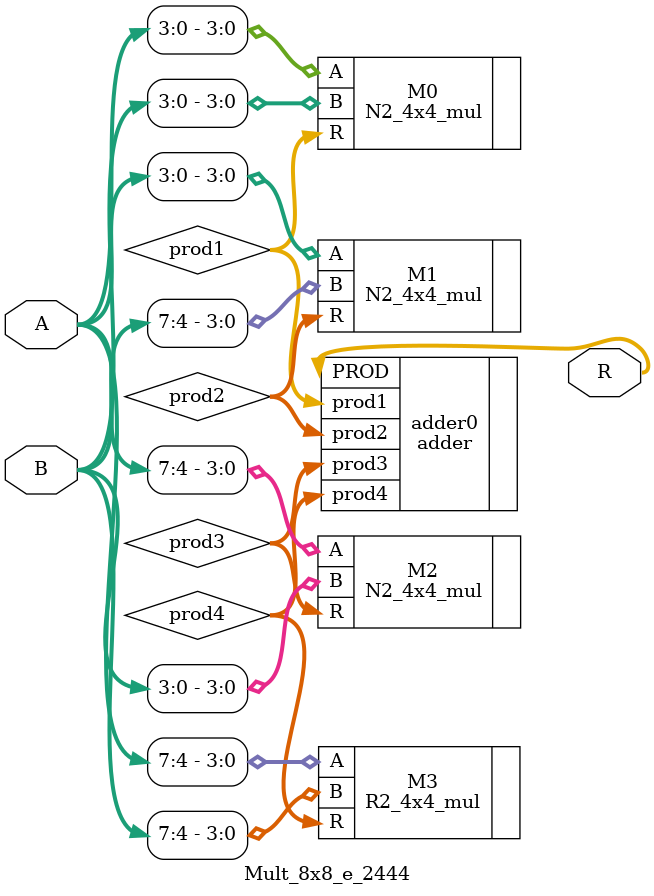
<source format=v>
module Mult_8x8_e_2444(
input [7:0] A,
input [7:0] B,
output [15:0]R
);
wire [7:0]prod1;
wire [7:0]prod2;
wire [7:0]prod3;
wire [7:0]prod4;

N2_4x4_mul M0(.A(A[3:0]),.B(B[3:0]),.R(prod1));
N2_4x4_mul M1(.A(A[3:0]),.B(B[7:4]),.R(prod2));
N2_4x4_mul M2(.A(A[7:4]),.B(B[3:0]),.R(prod3));
R2_4x4_mul M3(.A(A[7:4]),.B(B[7:4]),.R(prod4));
adder adder0(.prod1(prod1),.prod2(prod2),.prod3(prod3),.prod4(prod4),.PROD(R));
endmodule

</source>
